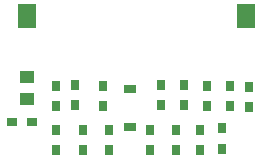
<source format=gbr>
G04 DipTrace 3.2.0.1*
G04 TopPaste.gbr*
%MOMM*%
G04 #@! TF.FileFunction,Paste,Top*
G04 #@! TF.Part,Single*
%ADD34R,1.02X0.72*%
%ADD36R,1.6X2.0*%
%ADD38R,0.1X1.05*%
%ADD42R,0.9X0.8*%
%ADD44R,0.8X0.9*%
%ADD46R,1.3X1.1*%
%FSLAX35Y35*%
G04*
G71*
G90*
G75*
G01*
G04 TopPaste*
%LPD*%
D46*
X-912237Y894407D3*
Y1084407D3*
D44*
X-504233Y842543D3*
Y1012543D3*
X223033Y842867D3*
Y1012867D3*
X418257Y841910D3*
Y1011910D3*
X-668370Y838843D3*
Y1008843D3*
X612300Y838090D3*
Y1008090D3*
X-265420Y833643D3*
Y1003643D3*
X808250Y833847D3*
Y1003847D3*
X971743Y825560D3*
Y995560D3*
X742993Y476420D3*
Y646420D3*
X-665000Y465000D3*
Y635000D3*
X-435000Y465000D3*
Y635000D3*
X-220000D3*
Y465000D3*
X134617D3*
Y635000D3*
X350000Y465000D3*
Y635000D3*
X550000Y465000D3*
Y635000D3*
D42*
X-871670Y699667D3*
X-1041670D3*
D38*
X90000Y1350000D3*
X40000D3*
X-10000D3*
X-60000D3*
X-110000D3*
X-160000D3*
X-210000D3*
X-260000D3*
X-310000D3*
X-360000D3*
X-410000D3*
X-460000D3*
X-510000D3*
X-560000D3*
X140000D3*
X190000D3*
X240000D3*
X290000D3*
X340000D3*
X390000D3*
X440000D3*
X490000D3*
X540000D3*
X590000D3*
D36*
X945000Y1602500D3*
X-915000D3*
D38*
X640000Y1350000D3*
X690000D3*
X740000D3*
X-610000D3*
X-660000D3*
X-710000D3*
D34*
X-42500Y656200D3*
Y983747D3*
M02*

</source>
